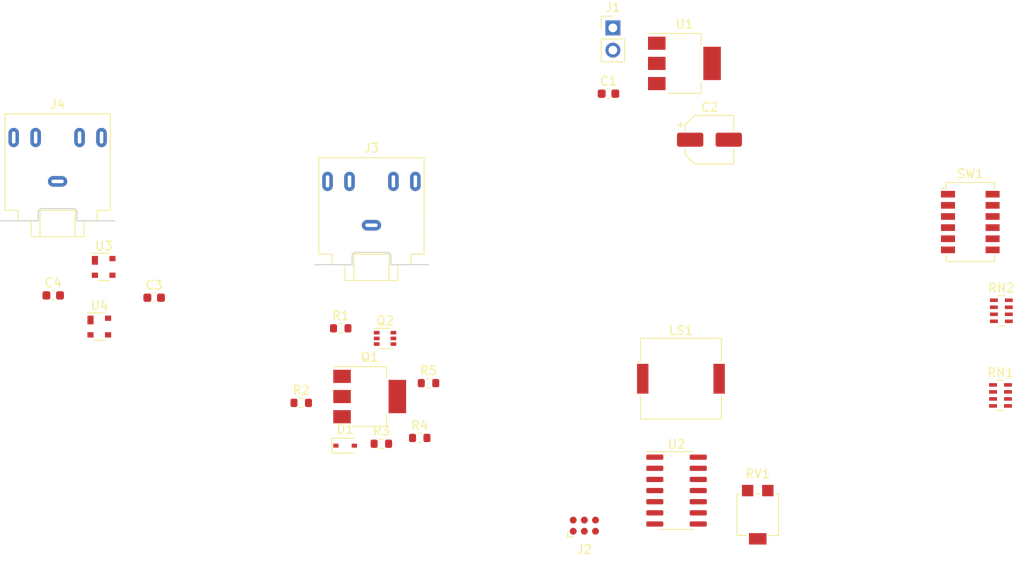
<source format=kicad_pcb>
(kicad_pcb (version 20211014) (generator pcbnew)
  (layers (0 "F.Cu" signal) (31 "B.Cu" signal) (34 "B.Paste" user) (35 "F.Paste" user) (36 "B.SilkS" user "B.Silkscreen") (37 "F.SilkS" user "F.Silkscreen") (38 "B.Mask" user) (39 "F.Mask" user) (44 "Edge.Cuts" user))
  (net 0 "")
  (net 1 "Net-(RN2-Pad1)")
  (net 2 "Net-(RN2-Pad2)")
  (net 3 "Net-(RN2-Pad3)")
  (net 4 "Net-(RN2-Pad4)")
  (net 5 "Net-(RN2-Pad5)")
  (net 6 "Net-(RN2-Pad6)")
  (net 7 "DIP_SEL_A")
  (net 8 "Net-(RN1-Pad1)")
  (net 9 "Net-(RN1-Pad10)")
  (net 10 "Net-(RN1-Pad3)")
  (net 11 "Net-(RN1-Pad4)")
  (net 12 "Net-(RN1-Pad5)")
  (net 13 "GND")
  (net 14 "+5V")
  (net 15 "Net-(Q1-Pad2)")
  (net 16 "KEY_PULLUP_EN")
  (net 17 "Net-(Q1-Pad1)")
  (net 18 "KEY_DRIVE")
  (net 19 "Net-(D1-Pad2)")
  (net 20 "Net-(D1-Pad1)")
  (net 21 "WPM_SEL_A")
  (net 22 "Net-(J3-PadR)")
  (net 23 "Net-(J3-PadT)")
  (net 24 "VCC")
  (net 25 "Net-(J4-PadR)")
  (net 26 "PADDLE_L_DB")
  (net 27 "Net-(J4-PadT)")
  (net 28 "PADDLE_R_DB")
  (net 29 "Net-(J2-Pad4)")
  (net 30 "Net-(J2-Pad3)")
  (net 31 "Net-(J2-Pad1)")
  (net 32 "Net-(J2-Pad2)")
  (net 33 "Net-(J2-Pad5)")
  (net 34 "PIEZO")
  (footprint "Package_TO_SOT_SMD:SOT-363_SC-70-6" (layer "F.Cu") (at 138.3 106.65)
    (fp_text reference "Q2" (at 0 -2) (layer "F.SilkS"))
    (fp_text value "UM6K31N")
    (fp_line (start -0.7 1.16) (end 0.7 1.16) (layer "F.SilkS") (width 0.12))
    (fp_line (start 0.7 -1.16) (end -1.2 -1.16) (layer "F.SilkS") (width 0.12))
    (pad "1" smd rect (at -0.95 -0.65) (size 0.65 0.4) (layers "F.Cu" "F.Paste" "F.Mask") (net 13 "GND"))
    (pad "2" smd rect (at -0.95 0) (size 0.65 0.4) (layers "F.Cu" "F.Paste" "F.Mask") (net 19 "Net-(D1-Pad2)"))
    (pad "3" smd rect (at -0.95 0.65) (size 0.65 0.4) (layers "F.Cu" "F.Paste" "F.Mask") (net 22 "Net-(J3-PadR)"))
    (pad "4" smd rect (at 0.95 0.65) (size 0.65 0.4) (layers "F.Cu" "F.Paste" "F.Mask") (net 13 "GND"))
    (pad "5" smd rect (at 0.95 0) (size 0.65 0.4) (layers "F.Cu" "F.Paste" "F.Mask") (net 20 "Net-(D1-Pad1)"))
    (pad "6" smd rect (at 0.95 -0.65) (size 0.65 0.4) (layers "F.Cu" "F.Paste" "F.Mask") (net 23 "Net-(J3-PadT)"))
  )
  (footprint "Potentiometer_SMD:Potentiometer_Bourns_3314G_Vertical" (layer "F.Cu") (at 180.75 126.75)
    (fp_text reference "RV1" (at 0 -4.65) (layer "F.SilkS"))
    (fp_text value "20k")
    (fp_line (start 2.04 -2.37) (end 2.37 -2.37) (layer "F.SilkS") (width 0.12))
    (fp_line (start -2.37 -2.37) (end -2.039 -2.37) (layer "F.SilkS") (width 0.12))
    (fp_line (start -0.259 -2.37) (end 0.26 -2.37) (layer "F.SilkS") (width 0.12))
    (fp_line (start -2.37 2.37) (end -1.24 2.37) (layer "F.SilkS") (width 0.12))
    (fp_line (start 2.37 -2.37) (end 2.37 2.37) (layer "F.SilkS") (width 0.12))
    (fp_line (start -2.37 -2.37) (end -2.37 2.37) (layer "F.SilkS") (width 0.12))
    (fp_line (start 1.24 2.37) (end 2.37 2.37) (layer "F.SilkS") (width 0.12))
    (pad "1" smd rect (at 1.15 -2.75) (size 1.3 1.3) (layers "F.Cu" "F.Paste" "F.Mask") (net 14 "+5V"))
    (pad "2" smd rect (at 0 2.75) (size 2 1.3) (layers "F.Cu" "F.Paste" "F.Mask") (net 21 "WPM_SEL_A"))
    (pad "3" smd rect (at -1.15 -2.75) (size 1.3 1.3) (layers "F.Cu" "F.Paste" "F.Mask") (net 13 "GND"))
  )
  (footprint "Connector_Audio:Jack_3.5mm_CUI_SJ1-3525N_Horizontal" (layer "F.Cu") (at 101 88.75)
    (fp_text reference "J4" (at 0 -8.8) (layer "F.SilkS"))
    (fp_text value "AudioJack3")
    (fp_line (start -6 3.3) (end -6 -7.7) (layer "F.SilkS") (width 0.12))
    (fp_line (start -2 3.3) (end -2 6.3) (layer "F.SilkS") (width 0.12))
    (fp_line (start -4.5 4.5) (end -4.5 3.3) (layer "F.SilkS") (width 0.12))
    (fp_line (start 3 4.5) (end 3 6.3) (layer "F.SilkS") (width 0.12))
    (fp_line (start -6 -7.7) (end 6 -7.7) (layer "F.SilkS") (width 0.12))
    (fp_line (start 6 3.3) (end 4.5 3.3) (layer "F.SilkS") (width 0.12))
    (fp_line (start 2 3.3) (end -2 3.3) (layer "F.SilkS") (width 0.12))
    (fp_line (start -4.5 3.3) (end -6 3.3) (layer "F.SilkS") (width 0.12))
    (fp_line (start 4.5 3.3) (end 4.5 4.5) (layer "F.SilkS") (width 0.12))
    (fp_line (start -3 4.5) (end -4.5 4.5) (layer "F.SilkS") (width 0.12))
    (fp_line (start 4.5 4.5) (end 3 4.5) (layer "F.SilkS") (width 0.12))
    (fp_line (start 3 6.3) (end -3 6.3) (layer "F.SilkS") (width 0.12))
    (fp_line (start 6 -7.7) (end 6 3.3) (layer "F.SilkS") (width 0.12))
    (fp_line (start 2 6.3) (end 2 3.3) (layer "F.SilkS") (width 0.12))
    (fp_line (start -3 6.3) (end -3 4.5) (layer "F.SilkS") (width 0.12))
    (fp_line (start 1.8 3.1) (end -1.8 3.1) (layer "Edge.Cuts") (width 0.12))
    (fp_line (start 2.2 4.5) (end 6.5 4.5) (layer "Edge.Cuts") (width 0.12))
    (fp_line (start -2.2 3.5) (end -2.2 4.5) (layer "Edge.Cuts") (width 0.12))
    (fp_line (start -2.2 4.5) (end -6.5 4.5) (layer "Edge.Cuts") (width 0.12))
    (fp_line (start 2.2 3.5) (end 2.2 4.5) (layer "Edge.Cuts") (width 0.12))
    (fp_arc (start -2.2 3.5) (mid -2.082842 3.217158) (end -1.8 3.1) (layer "Edge.Cuts") (width 0.12))
    (fp_arc (start 1.8 3.1) (mid 2.082843 3.217157) (end 2.2 3.5) (layer "Edge.Cuts") (width 0.12))
    (pad "" np_thru_hole circle (at 5 0) (size 1.2 1.2) (drill 1.2) (layers *.Cu))
    (pad "" np_thru_hole circle (at -5 0) (size 1.2 1.2) (drill 1.2) (layers *.Cu))
    (pad "" np_thru_hole circle (at 0 -5) (size 1.2 1.2) (drill 1.2) (layers *.Cu))
    (pad "" np_thru_hole circle (at -5 2.5) (size 1.2 1.2) (drill 1.2) (layers *.Cu))
    (pad "" np_thru_hole circle (at 5 2.5) (size 1.2 1.2) (drill 1.2) (layers *.Cu))
    (pad "R" thru_hole oval (at -5 -5) (size 1.2 2.2) (drill oval 0.4 1.4) (layers *.Cu *.Mask) (net 25 "Net-(J4-PadR)"))
    (pad "RN" thru_hole oval (at -2.5 -5) (size 1.2 2.2) (drill oval 0.4 1.4) (layers *.Cu *.Mask))
    (pad "S" thru_hole oval (at 0 0) (size 2.2 1.2) (drill oval 1.4 0.4) (layers *.Cu *.Mask) (net 13 "GND"))
    (pad "T" thru_hole oval (at 5 -5 180) (size 1.2 2.2) (drill oval 0.4 1.4) (layers *.Cu *.Mask) (net 27 "Net-(J4-PadT)"))
    (pad "TN" thru_hole oval (at 2.5 -5 180) (size 1.2 2.2) (drill oval 0.4 1.4) (layers *.Cu *.Mask))
  )
  (footprint "Resistor_SMD:R_0603_1608Metric" (layer "F.Cu") (at 137.88 118.66)
    (fp_text reference "R3" (at 0 -1.43) (layer "F.SilkS"))
    (fp_text value "300")
    (fp_line (start -0.237258 -0.5225) (end 0.237258 -0.5225) (layer "F.SilkS") (width 0.12))
    (fp_line (start -0.237258 0.5225) (end 0.237258 0.5225) (layer "F.SilkS") (width 0.12))
    (pad "1" smd roundrect (at -0.825 0) (size 0.8 0.95) (layers "F.Cu" "F.Paste" "F.Mask") (net 18 "KEY_DRIVE"))
    (pad "2" smd roundrect (at 0.825 0) (size 0.8 0.95) (layers "F.Cu" "F.Paste" "F.Mask") (net 19 "Net-(D1-Pad2)"))
  )
  (footprint "Package_TO_SOT_SMD:SOT-143" (layer "F.Cu") (at 106.25 98.5)
    (fp_text reference "U3" (at 0.02 -2.38) (layer "F.SilkS"))
    (fp_text value "MAX6816")
    (fp_line (start 0.65 -1.56) (end -1.35 -1.56) (layer "F.SilkS") (width 0.12))
    (fp_line (start -0.65 1.56) (end 0.65 1.56) (layer "F.SilkS") (width 0.12))
    (pad "1" smd rect (at -1 -0.75) (size 0.7 1) (layers "F.Cu" "F.Paste" "F.Mask") (net 13 "GND"))
    (pad "2" smd rect (at -1 0.95) (size 0.7 0.6) (layers "F.Cu" "F.Paste" "F.Mask") (net 27 "Net-(J4-PadT)"))
    (pad "3" smd rect (at 1 0.95) (size 0.7 0.6) (layers "F.Cu" "F.Paste" "F.Mask") (net 28 "PADDLE_R_DB"))
    (pad "4" smd rect (at 1 -0.95) (size 0.7 0.6) (layers "F.Cu" "F.Paste" "F.Mask") (net 14 "+5V"))
  )
  (footprint "Resistor_SMD:R_0603_1608Metric" (layer "F.Cu") (at 142.25 118)
    (fp_text reference "R4" (at 0 -1.43) (layer "F.SilkS"))
    (fp_text value "300")
    (fp_line (start -0.237258 0.5225) (end 0.237258 0.5225) (layer "F.SilkS") (width 0.12))
    (fp_line (start -0.237258 -0.5225) (end 0.237258 -0.5225) (layer "F.SilkS") (width 0.12))
    (pad "1" smd roundrect (at -0.825 0) (size 0.8 0.95) (layers "F.Cu" "F.Paste" "F.Mask") (net 16 "KEY_PULLUP_EN"))
    (pad "2" smd roundrect (at 0.825 0) (size 0.8 0.95) (layers "F.Cu" "F.Paste" "F.Mask") (net 20 "Net-(D1-Pad1)"))
  )
  (footprint "Package_TO_SOT_SMD:SOT-143" (layer "F.Cu") (at 105.75 105.3)
    (fp_text reference "U4" (at 0.02 -2.38) (layer "F.SilkS"))
    (fp_text value "MAX6816")
    (fp_line (start -0.65 1.56) (end 0.65 1.56) (layer "F.SilkS") (width 0.12))
    (fp_line (start 0.65 -1.56) (end -1.35 -1.56) (layer "F.SilkS") (width 0.12))
    (pad "1" smd rect (at -1 -0.75) (size 0.7 1) (layers "F.Cu" "F.Paste" "F.Mask") (net 13 "GND"))
    (pad "2" smd rect (at -1 0.95) (size 0.7 0.6) (layers "F.Cu" "F.Paste" "F.Mask") (net 25 "Net-(J4-PadR)"))
    (pad "3" smd rect (at 1 0.95) (size 0.7 0.6) (layers "F.Cu" "F.Paste" "F.Mask") (net 26 "PADDLE_L_DB"))
    (pad "4" smd rect (at 1 -0.95) (size 0.7 0.6) (layers "F.Cu" "F.Paste" "F.Mask") (net 14 "+5V"))
  )
  (footprint "Connector_PinHeader_2.54mm:PinHeader_1x02_P2.54mm_Vertical" (layer "F.Cu") (at 164.25 71.25)
    (fp_text reference "J1" (at 0 -2.33) (layer "F.SilkS"))
    (fp_text value "Conn_01x02_Male")
    (fp_line (start -1.33 3.87) (end 1.33 3.87) (layer "F.SilkS") (width 0.12))
    (fp_line (start 1.33 1.27) (end 1.33 3.87) (layer "F.SilkS") (width 0.12))
    (fp_line (start -1.33 1.27) (end -1.33 3.87) (layer "F.SilkS") (width 0.12))
    (fp_line (start -1.33 0) (end -1.33 -1.33) (layer "F.SilkS") (width 0.12))
    (fp_line (start -1.33 -1.33) (end 0 -1.33) (layer "F.SilkS") (width 0.12))
    (fp_line (start -1.33 1.27) (end 1.33 1.27) (layer "F.SilkS") (width 0.12))
    (pad "1" thru_hole rect (at 0 0) (size 1.7 1.7) (drill 1) (layers *.Cu *.Mask) (net 24 "VCC"))
    (pad "2" thru_hole oval (at 0 2.54) (size 1.7 1.7) (drill 1) (layers *.Cu *.Mask) (net 13 "GND"))
  )
  (footprint "Capacitor_SMD:C_0603_1608Metric" (layer "F.Cu") (at 112 102.01)
    (fp_text reference "C3" (at 0 -1.43) (layer "F.SilkS"))
    (fp_text value "0.1uF")
    (fp_line (start -0.14058 0.51) (end 0.14058 0.51) (layer "F.SilkS") (width 0.12))
    (fp_line (start -0.14058 -0.51) (end 0.14058 -0.51) (layer "F.SilkS") (width 0.12))
    (pad "1" smd roundrect (at -0.775 0) (size 0.9 0.95) (layers "F.Cu" "F.Paste" "F.Mask") (net 14 "+5V"))
    (pad "2" smd roundrect (at 0.775 0) (size 0.9 0.95) (layers "F.Cu" "F.Paste" "F.Mask") (net 13 "GND"))
  )
  (footprint "Connector_Audio:Jack_3.5mm_CUI_SJ1-3525N_Horizontal" (layer "F.Cu") (at 136.75 93.75)
    (fp_text reference "J3" (at 0 -8.8) (layer "F.SilkS"))
    (fp_text value "AudioJack3")
    (fp_line (start 2 3.3) (end -2 3.3) (layer "F.SilkS") (width 0.12))
    (fp_line (start -4.5 3.3) (end -6 3.3) (layer "F.SilkS") (width 0.12))
    (fp_line (start 2 6.3) (end 2 3.3) (layer "F.SilkS") (width 0.12))
    (fp_line (start -6 3.3) (end -6 -7.7) (layer "F.SilkS") (width 0.12))
    (fp_line (start -3 6.3) (end -3 4.5) (layer "F.SilkS") (width 0.12))
    (fp_line (start -2 3.3) (end -2 6.3) (layer "F.SilkS") (width 0.12))
    (fp_line (start 3 6.3) (end -3 6.3) (layer "F.SilkS") (width 0.12))
    (fp_line (start -3 4.5) (end -4.5 4.5) (layer "F.SilkS") (width 0.12))
    (fp_line (start -6 -7.7) (end 6 -7.7) (layer "F.SilkS") (width 0.12))
    (fp_line (start -4.5 4.5) (end -4.5 3.3) (layer "F.SilkS") (width 0.12))
    (fp_line (start 4.5 4.5) (end 3 4.5) (layer "F.SilkS") (width 0.12))
    (fp_line (start 3 4.5) (end 3 6.3) (layer "F.SilkS") (width 0.12))
    (fp_line (start 6 3.3) (end 4.5 3.3) (layer "F.SilkS") (width 0.12))
    (fp_line (start 4.5 3.3) (end 4.5 4.5) (layer "F.SilkS") (width 0.12))
    (fp_line (start 6 -7.7) (end 6 3.3) (layer "F.SilkS") (width 0.12))
    (fp_line (start 2.2 3.5) (end 2.2 4.5) (layer "Edge.Cuts") (width 0.12))
    (fp_line (start -2.2 4.5) (end -6.5 4.5) (layer "Edge.Cuts") (width 0.12))
    (fp_line (start 1.8 3.1) (end -1.8 3.1) (layer "Edge.Cuts") (width 0.12))
    (fp_line (start -2.2 3.5) (end -2.2 4.5) (layer "Edge.Cuts") (width 0.12))
    (fp_line (start 2.2 4.5) (end 6.5 4.5) (layer "Edge.Cuts") (width 0.12))
    (fp_arc (start -2.2 3.5) (mid -2.082842 3.217158) (end -1.8 3.1) (layer "Edge.Cuts") (width 0.12))
    (fp_arc (start 1.8 3.1) (mid 2.082843 3.217157) (end 2.2 3.5) (layer "Edge.Cuts") (width 0.12))
    (pad "" np_thru_hole circle (at -5 0) (size 1.2 1.2) (drill 1.2) (layers *.Cu))
    (pad "" np_thru_hole circle (at 5 2.5) (size 1.2 1.2) (drill 1.2) (layers *.Cu))
    (pad "" np_thru_hole circle (at 0 -5) (size 1.2 1.2) (drill 1.2) (layers *.Cu))
    (pad "" np_thru_hole circle (at -5 2.5) (size 1.2 1.2) (drill 1.2) (layers *.Cu))
    (pad "" np_thru_hole circle (at 5 0) (size 1.2 1.2) (drill 1.2) (layers *.Cu))
    (pad "R" thru_hole oval (at -5 -5) (size 1.2 2.2) (drill oval 0.4 1.4) (layers *.Cu *.Mask) (net 22 "Net-(J3-PadR)"))
    (pad "RN" thru_hole oval (at -2.5 -5) (size 1.2 2.2) (drill oval 0.4 1.4) (layers *.Cu *.Mask))
    (pad "S" thru_hole oval (at 0 0) (size 2.2 1.2) (drill oval 1.4 0.4) (layers *.Cu *.Mask) (net 22 "Net-(J3-PadR)"))
    (pad "T" thru_hole oval (at 5 -5 180) (size 1.2 2.2) (drill oval 0.4 1.4) (layers *.Cu *.Mask) (net 23 "Net-(J3-PadT)"))
    (pad "TN" thru_hole oval (at 2.5 -5 180) (size 1.2 2.2) (drill oval 0.4 1.4) (layers *.Cu *.Mask))
  )
  (footprint "Package_TO_SOT_SMD:SOT-223-3_TabPin2" (layer "F.Cu") (at 136.55 113.28)
    (fp_text reference "Q1" (at 0 -4.5) (layer "F.SilkS"))
    (fp_text value "PZT2222A")
    (fp_line (start 1.91 -3.41) (end 1.91 -2.15) (layer "F.SilkS") (width 0.12))
    (fp_line (start 1.91 3.41) (end 1.91 2.15) (layer "F.SilkS") (width 0.12))
    (fp_line (start -4.1 -3.41) (end 1.91 -3.41) (layer "F.SilkS") (width 0.12))
    (fp_line (start -1.85 3.41) (end 1.91 3.41) (layer "F.SilkS") (width 0.12))
    (pad "1" smd rect (at -3.15 -2.3) (size 2 1.5) (layers "F.Cu" "F.Paste" "F.Mask") (net 17 "Net-(Q1-Pad1)"))
    (pad "2" smd rect (at -3.15 0) (size 2 1.5) (layers "F.Cu" "F.Paste" "F.Mask") (net 15 "Net-(Q1-Pad2)"))
    (pad "2" smd rect (at 3.15 0) (size 2 3.8) (layers "F.Cu" "F.Paste" "F.Mask") (net 15 "Net-(Q1-Pad2)"))
    (pad "3" smd rect (at -3.15 2.3) (size 2 1.5) (layers "F.Cu" "F.Paste" "F.Mask") (net 23 "Net-(J3-PadT)"))
  )
  (footprint "Capacitor_SMD:C_0603_1608Metric" (layer "F.Cu") (at 100.5 101.75)
    (fp_text reference "C4" (at 0 -1.43) (layer "F.SilkS"))
    (fp_text value "0.1uF")
    (fp_line (start -0.14058 -0.51) (end 0.14058 -0.51) (layer "F.SilkS") (width 0.12))
    (fp_line (start -0.14058 0.51) (end 0.14058 0.51) (layer "F.SilkS") (width 0.12))
    (pad "1" smd roundrect (at -0.775 0) (size 0.9 0.95) (layers "F.Cu" "F.Paste" "F.Mask") (net 14 "+5V"))
    (pad "2" smd roundrect (at 0.775 0) (size 0.9 0.95) (layers "F.Cu" "F.Paste" "F.Mask") (net 13 "GND"))
  )
  (footprint "Resistor_SMD:R_0603_1608Metric" (layer "F.Cu") (at 128.75 114)
    (fp_text reference "R2" (at 0 -1.43) (layer "F.SilkS"))
    (fp_text value "300")
    (fp_line (start -0.237258 0.5225) (end 0.237258 0.5225) (layer "F.SilkS") (width 0.12))
    (fp_line (start -0.237258 -0.5225) (end 0.237258 -0.5225) (layer "F.SilkS") (width 0.12))
    (pad "1" smd roundrect (at -0.825 0) (size 0.8 0.95) (layers "F.Cu" "F.Paste" "F.Mask") (net 16 "KEY_PULLUP_EN"))
    (pad "2" smd roundrect (at 0.825 0) (size 0.8 0.95) (layers "F.Cu" "F.Paste" "F.Mask") (net 17 "Net-(Q1-Pad1)"))
  )
  (footprint "Package_TO_SOT_SMD:SOT-223-3_TabPin2" (layer "F.Cu") (at 172.4 75.3)
    (fp_text reference "U1" (at 0 -4.5) (layer "F.SilkS"))
    (fp_text value "LD1117S50TR_SOT223")
    (fp_line (start -1.85 3.41) (end 1.91 3.41) (layer "F.SilkS") (width 0.12))
    (fp_line (start 1.91 3.41) (end 1.91 2.15) (layer "F.SilkS") (width 0.12))
    (fp_line (start -4.1 -3.41) (end 1.91 -3.41) (layer "F.SilkS") (width 0.12))
    (fp_line (start 1.91 -3.41) (end 1.91 -2.15) (layer "F.SilkS") (width 0.12))
    (pad "1" smd rect (at -3.15 -2.3) (size 2 1.5) (layers "F.Cu" "F.Paste" "F.Mask") (net 13 "GND"))
    (pad "2" smd rect (at 3.15 0) (size 2 3.8) (layers "F.Cu" "F.Paste" "F.Mask") (net 14 "+5V"))
    (pad "2" smd rect (at -3.15 0) (size 2 1.5) (layers "F.Cu" "F.Paste" "F.Mask") (net 14 "+5V"))
    (pad "3" smd rect (at -3.15 2.3) (size 2 1.5) (layers "F.Cu" "F.Paste" "F.Mask") (net 24 "VCC"))
  )
  (footprint "Buzzer_Beeper:Buzzer_Murata_PKMCS0909E" (layer "F.Cu") (at 172 111.25)
    (fp_text reference "LS1" (at 0 -5.5) (layer "F.SilkS"))
    (fp_text value "Speaker")
    (fp_line (start -4.61 -1.96) (end -4.94 -1.96) (layer "F.SilkS") (width 0.12))
    (fp_line (start -4.61 4.61) (end -4.61 1.96) (layer "F.SilkS") (width 0.12))
    (fp_line (start 4.61 4.61) (end -4.61 4.61) (layer "F.SilkS") (width 0.12))
    (fp_line (start 4.61 -4.61) (end 4.61 -1.96) (layer "F.SilkS") (width 0.12))
    (fp_line (start -4.61 -4.61) (end 4.61 -4.61) (layer "F.SilkS") (width 0.12))
    (fp_line (start 4.61 1.96) (end 4.61 4.61) (layer "F.SilkS") (width 0.12))
    (fp_line (start -4.61 -1.96) (end -4.61 -4.61) (layer "F.SilkS") (width 0.12))
    (pad "1" smd rect (at -4.35 0) (size 1.3 3.4) (layers "F.Cu" "F.Paste" "F.Mask") (net 34 "PIEZO"))
    (pad "2" smd rect (at 4.35 0) (size 1.3 3.4) (layers "F.Cu" "F.Paste" "F.Mask") (net 13 "GND"))
  )
  (footprint "Resistor_SMD:R_Array_Concave_4x0603" (layer "F.Cu") (at 208.4 113.15)
    (fp_text reference "RN1" (at 0 -2.6) (layer "F.SilkS"))
    (fp_text value "10k")
    (fp_line (start 0.4 1.72) (end -0.4 1.72) (layer "F.SilkS") (width 0.12))
    (fp_line (start 0.4 -1.72) (end -0.4 -1.72) (layer "F.SilkS") (width 0.12))
    (pad "1" smd rect (at -0.85 -1.2) (size 0.9 0.4) (layers "F.Cu" "F.Paste" "F.Mask") (net 8 "Net-(RN1-Pad1)"))
    (pad "2" smd rect (at -0.85 -0.4) (size 0.9 0.4) (layers "F.Cu" "F.Paste" "F.Mask") (net 9 "Net-(RN1-Pad10)"))
    (pad "3" smd rect (at -0.85 0.4) (size 0.9 0.4) (layers "F.Cu" "F.Paste" "F.Mask") (net 10 "Net-(RN1-Pad3)"))
    (pad "4" smd rect (at -0.85 1.2) (size 0.9 0.4) (layers "F.Cu" "F.Paste" "F.Mask") (net 11 "Net-(RN1-Pad4)"))
    (pad "5" smd rect (at 0.85 1.2) (size 0.9 0.4) (layers "F.Cu" "F.Paste" "F.Mask") (net 12 "Net-(RN1-Pad5)"))
    (pad "6" smd rect (at 0.85 0.4) (size 0.9 0.4) (layers "F.Cu" "F.Paste" "F.Mask") (net 13 "GND"))
    (pad "7" smd rect (at 0.85 -0.4) (size 0.9 0.4) (layers "F.Cu" "F.Paste" "F.Mask") (net 12 "Net-(RN1-Pad5)"))
    (pad "8" smd rect (at 0.85 -1.2) (size 0.9 0.4) (layers "F.Cu" "F.Paste" "F.Mask") (net 11 "Net-(RN1-Pad4)"))
  )
  (footprint "Resistor_SMD:R_Array_Concave_4x0603" (layer "F.Cu") (at 208.5 103.5)
    (fp_text reference "RN2" (at 0 -2.6) (layer "F.SilkS"))
    (fp_text value "20k")
    (fp_line (start 0.4 -1.72) (end -0.4 -1.72) (layer "F.SilkS") (width 0.12))
    (fp_line (start 0.4 1.72) (end -0.4 1.72) (layer "F.SilkS") (width 0.12))
    (pad "1" smd rect (at -0.85 -1.2) (size 0.9 0.4) (layers "F.Cu" "F.Paste" "F.Mask") (net 1 "Net-(RN2-Pad1)"))
    (pad "2" smd rect (at -0.85 -0.4) (size 0.9 0.4) (layers "F.Cu" "F.Paste" "F.Mask") (net 2 "Net-(RN2-Pad2)"))
    (pad "3" smd rect (at -0.85 0.4) (size 0.9 0.4) (layers "F.Cu" "F.Paste" "F.Mask") (net 3 "Net-(RN2-Pad3)"))
    (pad "4" smd rect (at -0.85 1.2) (size 0.9 0.4) (layers "F.Cu" "F.Paste" "F.Mask") (net 4 "Net-(RN2-Pad4)"))
    (pad "5" smd rect (at 0.85 1.2) (size 0.9 0.4) (layers "F.Cu" "F.Paste" "F.Mask") (net 5 "Net-(RN2-Pad5)"))
    (pad "6" smd rect (at 0.85 0.4) (size 0.9 0.4) (layers "F.Cu" "F.Paste" "F.Mask") (net 6 "Net-(RN2-Pad6)"))
    (pad "7" smd rect (at 0.85 -0.4) (size 0.9 0.4) (layers "F.Cu" "F.Paste" "F.Mask") (net 7 "DIP_SEL_A"))
    (pad "8" smd rect (at 0.85 -1.2) (size 0.9 0.4) (layers "F.Cu" "F.Paste" "F.Mask") (net 8 "Net-(RN1-Pad1)"))
  )
  (footprint "Capacitor_SMD:C_0603_1608Metric" (layer "F.Cu") (at 163.75 78.75)
    (fp_text reference "C1" (at 0 -1.43) (layer "F.SilkS"))
    (fp_text value "1uF")
    (fp_line (start -0.14058 -0.51) (end 0.14058 -0.51) (layer "F.SilkS") (width 0.12))
    (fp_line (start -0.14058 0.51) (end 0.14058 0.51) (layer "F.SilkS") (width 0.12))
    (pad "1" smd roundrect (at -0.775 0) (size 0.9 0.95) (layers "F.Cu" "F.Paste" "F.Mask") (net 14 "+5V"))
    (pad "2" smd roundrect (at 0.775 0) (size 0.9 0.95) (layers "F.Cu" "F.Paste" "F.Mask") (net 13 "GND"))
  )
  (footprint "Diode_SMD:D_SOD-323" (layer "F.Cu") (at 133.75 118.88)
    (fp_text reference "D1" (at 0 -1.85) (layer "F.SilkS"))
    (fp_text value "1N4148WS")
    (fp_line (start -1.5 0.85) (end 1.05 0.85) (layer "F.SilkS") (width 0.12))
    (fp_line (start -1.5 -0.85) (end -1.5 0.85) (layer "F.SilkS") (width 0.12))
    (fp_line (start -1.5 -0.85) (end 1.05 -0.85) (layer "F.SilkS") (width 0.12))
    (pad "1" smd rect (at -1.05 0) (size 0.6 0.45) (layers "F.Cu" "F.Paste" "F.Mask") (net 20 "Net-(D1-Pad1)"))
    (pad "2" smd rect (at 1.05 0) (size 0.6 0.45) (layers "F.Cu" "F.Paste" "F.Mask") (net 19 "Net-(D1-Pad2)"))
  )
  (footprint "Resistor_SMD:R_0603_1608Metric" (layer "F.Cu") (at 133.25 105.5)
    (fp_text reference "R1" (at 0 -1.43) (layer "F.SilkS"))
    (fp_text value "10k")
    (fp_line (start -0.237258 0.5225) (end 0.237258 0.5225) (layer "F.SilkS") (width 0.12))
    (fp_line (start -0.237258 -0.5225) (end 0.237258 -0.5225) (layer "F.SilkS") (width 0.12))
    (pad "1" smd roundrect (at -0.825 0) (size 0.8 0.95) (layers "F.Cu" "F.Paste" "F.Mask") (net 14 "+5V"))
    (pad "2" smd roundrect (at 0.825 0) (size 0.8 0.95) (layers "F.Cu" "F.Paste" "F.Mask") (net 15 "Net-(Q1-Pad2)"))
  )
  (footprint "Capacitor_SMD:CP_Elec_5x3" (layer "F.Cu") (at 175.25 84)
    (fp_text reference "C2" (at 0 -3.7) (layer "F.SilkS"))
    (fp_text value "10uF")
    (fp_line (start -3.625 -1.685) (end -3 -1.685) (layer "F.SilkS") (width 0.12))
    (fp_line (start -2.76 1.695563) (end -1.695563 2.76) (layer "F.SilkS") (width 0.12))
    (fp_line (start -3.3125 -1.9975) (end -3.3125 -1.3725) (layer "F.SilkS") (width 0.12))
    (fp_line (start -2.76 1.695563) (end -2.76 1.06) (layer "F.SilkS") (width 0.12))
    (fp_line (start -2.76 -1.695563) (end -2.76 -1.06) (layer "F.SilkS") (width 0.12))
    (fp_line (start -2.76 -1.695563) (end -1.695563 -2.76) (layer "F.SilkS") (width 0.12))
    (fp_line (start -1.695563 -2.76) (end 2.76 -2.76) (layer "F.SilkS") (width 0.12))
    (fp_line (start -1.695563 2.76) (end 2.76 2.76) (layer "F.SilkS") (width 0.12))
    (fp_line (start 2.76 2.76) (end 2.76 1.06) (layer "F.SilkS") (width 0.12))
    (fp_line (start 2.76 -2.76) (end 2.76 -1.06) (layer "F.SilkS") (width 0.12))
    (pad "1" smd roundrect (at -2.2 0) (size 3 1.6) (layers "F.Cu" "F.Paste" "F.Mask") (roundrect_rratio 0.15625) (net 24 "VCC"))
    (pad "2" smd roundrect (at 2.2 0) (size 3 1.6) (layers "F.Cu" "F.Paste" "F.Mask") (roundrect_rratio 0.15625) (net 13 "GND"))
  )
  (footprint "Button_Switch_SMD:SW_DIP_SPSTx06_Slide_Copal_CHS-06A_W5.08mm_P1.27mm_JPin" (layer "F.Cu") (at 204.96 93.385)
    (fp_text reference "SW1" (at 0 -5.505) (layer "F.SilkS"))
    (fp_text value "Copal_CHS-06A")
    (fp_line (start 2.76 3.795) (end 2.76 4.505) (layer "F.SilkS") (width 0.12))
    (fp_line (start -2.761 -4.505) (end -2.761 -3.855) (layer "F.SilkS") (width 0.12))
    (fp_line (start 2.76 -4.505) (end 2.76 -3.795) (layer "F.SilkS") (width 0.12))
    (fp_line (start -2.761 3.795) (end -2.761 4.505) (layer "F.SilkS") (width 0.12))
    (fp_line (start -2.761 4.505) (end 2.76 4.505) (layer "F.SilkS") (width 0.12))
    (fp_line (start -2.761 -4.505) (end 2.76 -4.505) (layer "F.SilkS") (width 0.12))
    (fp_line (start -3.34 -3.855) (end -2.761 -3.855) (layer "F.SilkS") (width 0.12))
    (pad "1" smd rect (at -2.54 -3.175) (size 1.6 0.76) (layers "F.Cu" "F.Paste" "F.Mask") (net 6 "Net-(RN2-Pad6)"))
    (pad "2" smd rect (at -2.54 -1.905) (size 1.6 0.76) (layers "F.Cu" "F.Paste" "F.Mask") (net 5 "Net-(RN2-Pad5)"))
    (pad "3" smd rect (at -2.54 -0.635) (size 1.6 0.76) (layers "F.Cu" "F.Paste" "F.Mask") (net 4 "Net-(RN2-Pad4)"))
    (pad "4" smd rect (at -2.54 0.635) (size 1.6 0.76) (layers "F.Cu" "F.Paste" "F.Mask") (net 3 "Net-(RN2-Pad3)"))
    (pad "5" smd rect (at -2.54 1.905) (size 1.6 0.76) (layers "F.Cu" "F.Paste" "F.Mask") (net 2 "Net-(RN2-Pad2)"))
    (pad "6" smd rect (at -2.54 3.175) (size 1.6 0.76) (layers "F.Cu" "F.Paste" "F.Mask") (net 1 "Net-(RN2-Pad1)"))
    (pad "7" smd rect (at 2.54 3.175) (size 1.6 0.76) (layers "F.Cu" "F.Paste" "F.Mask") (net 14 "+5V"))
    (pad "8" smd rect (at 2.54 1.905) (size 1.6 0.76) (layers "F.Cu" "F.Paste" "F.Mask") (net 14 "+5V"))
    (pad "9" smd rect (at 2.54 0.635) (size 1.6 0.76) (layers "F.Cu" "F.Paste" "F.Mask") (net 14 "+5V"))
    (pad "10" smd rect (at 2.54 -0.635) (size 1.6 0.76) (layers "F.Cu" "F.Paste" "F.Mask") (net 14 "+5V"))
    (pad "11" smd rect (at 2.54 -1.905) (size 1.6 0.76) (layers "F.Cu" "F.Paste" "F.Mask") (net 14 "+5V"))
    (pad "12" smd rect (at 2.54 -3.175) (size 1.6 0.76) (layers "F.Cu" "F.Paste" "F.Mask") (net 14 "+5V"))
  )
  (footprint "Connector:Tag-Connect_TC2030-IDC-NL_2x03_P1.27mm_Vertical" (layer "F.Cu") (at 161 128)
    (fp_text reference "J2" (at 0 2.7) (layer "F.SilkS"))
    (fp_text value "TAG_Connect")
    (fp_line (start -1.905 1.27) (end -1.905 0.635) (layer "F.SilkS") (width 0.12))
    (fp_line (start -1.27 1.27) (end -1.905 1.27) (layer "F.SilkS") (width 0.12))
    (pad "" np_thru_hole circle (at 2.54 1.016) (size 0.9906 0.9906) (drill 0.9906) (layers *.Cu *.Mask))
    (pad "" np_thru_hole circle (at 2.54 -1.016) (size 0.9906 0.9906) (drill 0.9906) (layers *.Cu *.Mask))
    (pad "" np_thru_hole circle (at -2.54 0) (size 0.9906 0.9906) (drill 0.9906) (layers *.Cu *.Mask))
    (pad "1" connect circle (at -1.27 0.635) (size 0.7874 0.7874) (layers "F.Cu" "F.Mask") (net 31 "Net-(J2-Pad1)"))
    (pad "2" connect circle (at -1.27 -0.635) (size 0.7874 0.7874) (layers "F.Cu" "F.Mask") (net 32 "Net-(J2-Pad2)"))
    (pad "3" connect circle (at 0 0.635) (size 0.7874 0.7874) (layers "F.Cu" "F.Mask") (net 30 "Net-(J2-Pad3)"))
    (pad "4" connect circle (at 0 -0.635) (size 0.7874 0.7874) (layers "F.Cu" "F.Mask") (net 29 "Net-(J2-Pad4)"))
    (pad "5" connect circle (at 1.27 0.635) (size 0.7874 0.7874) (layers "F.Cu" "F.Mask") (net 33 "Net-(J2-Pad5)"))
    (pad "6" connect circle (at 1.27 -0.635) (size 0.7874 0.7874) (layers "F.Cu" "F.Mask") (net 34 "PIEZO"))
  )
  (footprint "Package_SO:SOIC-14_3.9x8.7mm_P1.27mm" (layer "F.Cu") (at 171.5 124)
    (fp_text reference "U2" (at 0 -5.28) (layer "F.SilkS"))
    (fp_text value "ATtiny20-SS")
    (fp_line (start 0 -4.435) (end 1.95 -4.435) (layer "F.SilkS") (width 0.12))
    (fp_line (start 0 4.435) (end -1.95 4.435) (layer "F.SilkS") (width 0.12))
    (fp_line (start 0 4.435) (end 1.95 4.435) (layer "F.SilkS") (width 0.12))
    (fp_line (start 0 -4.435) (end -3.45 -4.435) (layer "F.SilkS") (width 0.12))
    (pad "1" smd roundrect (at -2.475 -3.81) (size 1.95 0.6) (layers "F.Cu" "F.Paste" "F.Mask") (net 14 "+5V"))
    (pad "2" smd roundrect (at -2.475 -2.54) (size 1.95 0.6) (layers "F.Cu" "F.Paste" "F.Mask") (net 29 "Net-(J2-Pad4)"))
    (pad "3" smd roundrect (at -2.475 -1.27) (size 1.95 0.6) (layers "F.Cu" "F.Paste" "F.Mask") (net 30 "Net-(J2-Pad3)"))
    (pad "4" smd roundrect (at -2.475 0) (size 1.95 0.6) (layers "F.Cu" "F.Paste" "F.Mask") (net 31 "Net-(J2-Pad1)"))
    (pad "5" smd roundrect (at -2.475 1.27) (size 1.95 0.6) (layers "F.Cu" "F.Paste" "F.Mask") (net 32 "Net-(J2-Pad2)"))
    (pad "6" smd roundrect (at -2.475 2.54) (size 1.95 0.6) (layers "F.Cu" "F.Paste" "F.Mask") (net 33 "Net-(J2-Pad5)"))
    (pad "7" smd roundrect (at -2.475 3.81) (size 1.95 0.6) (layers "F.Cu" "F.Paste" "F.Mask") (net 34 "PIEZO"))
    (pad "8" smd roundrect (at 2.475 3.81) (size 1.95 0.6) (layers "F.Cu" "F.Paste" "F.Mask") (net 16 "KEY_PULLUP_EN"))
    (pad "9" smd roundrect (at 2.475 2.54) (size 1.95 0.6) (layers "F.Cu" "F.Paste" "F.Mask") (net 18 "KEY_DRIVE"))
    (pad "10" smd roundrect (at 2.475 1.27) (size 1.95 0.6) (layers "F.Cu" "F.Paste" "F.Mask") (net 26 "PADDLE_L_DB"))
    (pad "11" smd roundrect (at 2.475 0) (size 1.95 0.6) (layers "F.Cu" "F.Paste" "F.Mask") (net 28 "PADDLE_R_DB"))
    (pad "12" smd roundrect (at 2.475 -1.27) (size 1.95 0.6) (layers "F.Cu" "F.Paste" "F.Mask") (net 21 "WPM_SEL_A"))
    (pad "13" smd roundrect (at 2.475 -2.54) (size 1.95 0.6) (layers "F.Cu" "F.Paste" "F.Mask") (net 7 "DIP_SEL_A"))
    (pad "14" smd roundrect (at 2.475 -3.81) (size 1.95 0.6) (layers "F.Cu" "F.Paste" "F.Mask") (net 13 "GND"))
  )
  (footprint "Resistor_SMD:R_0603_1608Metric" (layer "F.Cu") (at 143.25 111.75)
    (fp_text reference "R5" (at 0 -1.43) (layer "F.SilkS"))
    (fp_text value "10k")
    (fp_line (start -0.237258 0.5225) (end 0.237258 0.5225) (layer "F.SilkS") (width 0.12))
    (fp_line (start -0.237258 -0.5225) (end 0.237258 -0.5225) (layer "F.SilkS") (width 0.12))
    (pad "1" smd roundrect (at -0.825 0) (size 0.8 0.95) (layers "F.Cu" "F.Paste" "F.Mask") (net 20 "Net-(D1-Pad1)"))
    (pad "2" smd roundrect (at 0.825 0) (size 0.8 0.95) (layers "F.Cu" "F.Paste" "F.Mask") (net 13 "GND"))
  )
)
</source>
